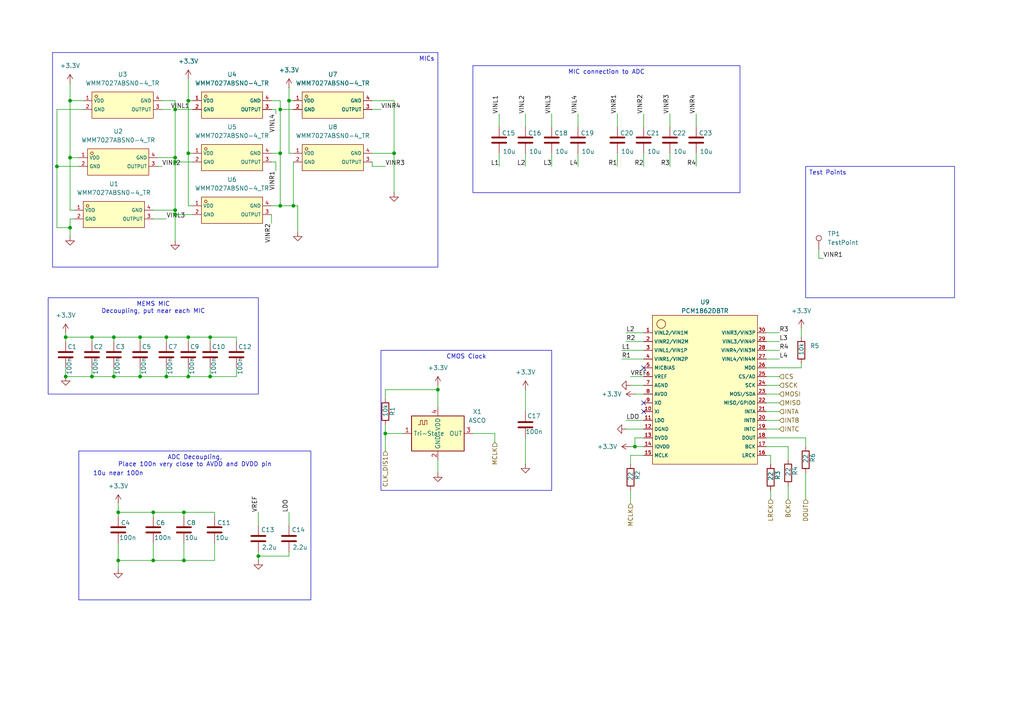
<source format=kicad_sch>
(kicad_sch (version 20231120) (generator "eeschema") (generator_version "8.0")
  (paper "A4")
  (lib_symbols
    (symbol "Connector:TestPoint" (pin_numbers hide) (pin_names (offset 0.762) hide)
      (property "Reference" "TP" (at 0 6.858 0))
      (property "Value" "TestPoint" (at 0 5.08 0))
      (symbol "TestPoint_0_1"
        (circle (center 0 3.302) (radius 0.762))
      )
      (symbol "TestPoint_1_1"
        (pin passive line (at 0 0 90) (length 2.54) (name "1") (number "1"))
      )
    )
    (symbol "Device:C" (pin_numbers hide) (pin_names (offset 0.254))
      (property "Reference" "C" (at 0.635 2.54 0))
      (property "Value" "C" (at 0.635 -2.54 0))
      (symbol "C_0_1"
        (polyline (pts (xy -2.032 -0.762) (xy 2.032 -0.762)) (stroke (width 0.508)))
        (polyline (pts (xy -2.032 0.762) (xy 2.032 0.762)) (stroke (width 0.508)))
      )
      (symbol "C_1_1"
        (pin passive line (at 0 3.81 270) (length 2.794) (name "~") (number "1"))
        (pin passive line (at 0 -3.81 90) (length 2.794) (name "~") (number "2"))
      )
    )
    (symbol "Device:R" (pin_numbers hide) (pin_names (offset 0))
      (property "Reference" "R" (at 2.032 0 90))
      (property "Value" "R" (at 0 0 90))
      (symbol "R_0_1"
        (rectangle (start -1.016 -2.54) (end 1.016 2.54) (stroke (width 0.254)))
      )
      (symbol "R_1_1"
        (pin passive line (at 0 3.81 270) (length 1.27) (name "~") (number "1"))
        (pin passive line (at 0 -3.81 90) (length 1.27) (name "~") (number "2"))
      )
    )
    (symbol "Oscillator:ASCO"
      (property "Reference" "X" (at -7.62 6.35 0))
      (property "Value" "ASCO" (at 1.27 -6.35 0))
      (symbol "ASCO_0_1"
        (rectangle (start -7.62 5.08) (end 7.62 -5.08) (stroke (width 0.254)) (fill (type background)))
        (polyline (pts (xy -5.715 2.54) (xy -5.08 2.54) (xy -5.08 3.81) (xy -4.445 3.81) (xy -4.445 2.54) (xy -3.81 2.54) (xy -3.81 3.81) (xy -3.175 3.81) (xy -3.175 2.54)))
      )
      (symbol "ASCO_1_1"
        (pin input line (at -10.16 0 0) (length 2.54) (name "Tri-State") (number "1"))
        (pin power_in line (at 0 -7.62 90) (length 2.54) (name "GND") (number "2"))
        (pin output line (at 10.16 0 180) (length 2.54) (name "OUT") (number "3"))
        (pin power_in line (at 0 7.62 270) (length 2.54) (name "VDD") (number "4"))
      )
    )
    (symbol "PCM1862DBTR:PCM1862DBTR"
      (property "Reference" "U" (at 0 0 0))
      (symbol "PCM1862DBTR_0_1"
        (circle (center -12.7 27.94) (radius 1.27))
      )
      (symbol "PCM1862DBTR_1_1"
        (rectangle (start -15.24 30.48) (end 15.24 -12.7) (fill (type background)))
        (pin input line (at -17.78 25.4 0) (length 2.54) (name "VINL2/VIN1M") (number "1"))
        (pin input line (at -17.78 2.54 0) (length 2.54) (name "XI") (number "10"))
        (pin output line (at -17.78 0 0) (length 2.54) (name "LDO") (number "11"))
        (pin power_in line (at -17.78 -2.54 0) (length 2.54) (name "DGND") (number "12"))
        (pin power_in line (at -17.78 -5.08 0) (length 2.54) (name "DVDD") (number "13"))
        (pin power_in line (at -17.78 -7.62 0) (length 2.54) (name "IOVDD") (number "14"))
        (pin input line (at -17.78 -10.16 0) (length 2.54) (name "MCLK") (number "15"))
        (pin bidirectional line (at 17.78 -10.16 180) (length 2.54) (name "LRCK") (number "16"))
        (pin bidirectional line (at 17.78 -7.62 180) (length 2.54) (name "BCK") (number "17"))
        (pin output line (at 17.78 -5.08 180) (length 2.54) (name "DOUT") (number "18"))
        (pin bidirectional line (at 17.78 -2.54 180) (length 2.54) (name "INTC") (number "19"))
        (pin input line (at -17.78 22.86 0) (length 2.54) (name "VINR2/VIN2M") (number "2"))
        (pin bidirectional line (at 17.78 0 180) (length 2.54) (name "INTB") (number "20"))
        (pin bidirectional line (at 17.78 2.54 180) (length 2.54) (name "INTA") (number "21"))
        (pin bidirectional line (at 17.78 5.08 180) (length 2.54) (name "MISO/GPIO0") (number "22"))
        (pin bidirectional line (at 17.78 7.62 180) (length 2.54) (name "MOSI/SDA") (number "23"))
        (pin input line (at 17.78 10.16 180) (length 2.54) (name "SCK") (number "24"))
        (pin input line (at 17.78 12.7 180) (length 2.54) (name "CS/AD") (number "25"))
        (pin input line (at 17.78 15.24 180) (length 2.54) (name "MDO") (number "26"))
        (pin input line (at 17.78 17.78 180) (length 2.54) (name "VINL4/VIN4M") (number "27"))
        (pin input line (at 17.78 20.32 180) (length 2.54) (name "VINR4/VIN3M") (number "28"))
        (pin input line (at 17.78 22.86 180) (length 2.54) (name "VINL3/VIN4P") (number "29"))
        (pin input line (at -17.78 20.32 0) (length 2.54) (name "VINL1/VIN1P") (number "3"))
        (pin input line (at 17.78 25.4 180) (length 2.54) (name "VINR3/VIN3P") (number "30"))
        (pin input line (at -17.78 17.78 0) (length 2.54) (name "VINR1/VIN2P") (number "4"))
        (pin output line (at -17.78 15.24 0) (length 2.54) (name "MICBIAS") (number "5"))
        (pin output line (at -17.78 12.7 0) (length 2.54) (name "VREF") (number "6"))
        (pin power_in line (at -17.78 10.16 0) (length 2.54) (name "AGND") (number "7"))
        (pin power_in line (at -17.78 7.62 0) (length 2.54) (name "AVDD") (number "8"))
        (pin output line (at -17.78 5.08 0) (length 2.54) (name "XO") (number "9"))
      )
    )
    (symbol "WMM7027ABSN0-4_TR:WMM7027ABSN0-4_TR"
      (property "Reference" "U" (at 0 1.27 0))
      (property "Value" "WMM7027ABSN0-4_TR" (at 0 -2.54 0))
      (symbol "WMM7027ABSN0-4_TR_0_1"
        (rectangle (start -8.89 3.81) (end 8.89 -3.81) (fill (type background)))
        (circle (center -7.62 2.54) (radius 0.381) (fill (type background)))
      )
      (symbol "WMM7027ABSN0-4_TR_1_1"
        (pin power_in line (at -11.43 1.27 0) (length 2.54) (name "VDD") (number "1"))
        (pin power_in line (at -11.43 -1.27 0) (length 2.54) (name "GND") (number "2"))
        (pin output line (at 11.43 -1.27 180) (length 2.54) (name "OUTPUT") (number "3"))
        (pin power_in line (at 11.43 1.27 180) (length 2.54) (name "GND") (number "4"))
      )
    )
    (symbol "power:+3.3V" (power) (pin_numbers hide) (pin_names (offset 0) hide)
      (property "Value" "+3.3V" (at 0 3.556 0))
      (symbol "+3.3V_0_1"
        (polyline (pts (xy -0.762 1.27) (xy 0 2.54)))
        (polyline (pts (xy 0 0) (xy 0 2.54)))
        (polyline (pts (xy 0 2.54) (xy 0.762 1.27)))
      )
      (symbol "+3.3V_1_1"
        (pin power_in line (at 0 0 90) (length 0) (name "~") (number "1"))
      )
    )
    (symbol "power:GND" (power) (pin_numbers hide) (pin_names (offset 0) hide)
      (property "Value" "GND" (at 0 -3.81 0))
      (symbol "GND_0_1"
        (polyline (pts (xy 0 0) (xy 0 -1.27) (xy 1.27 -1.27) (xy 0 -2.54) (xy -1.27 -1.27) (xy 0 -1.27)))
      )
      (symbol "GND_1_1"
        (pin power_in line (at 0 0 270) (length 0) (name "~") (number "1"))
      )
    )
  )
  (junction (at 50.8 60.96))
  (junction (at 54.61 29.21))
  (junction (at 34.29 148.59))
  (junction (at 40.64 109.22))
  (junction (at 19.05 109.22))
  (junction (at 50.8 31.75))
  (junction (at 26.67 109.22))
  (junction (at 53.34 148.59))
  (junction (at 50.8 62.23))
  (junction (at 127 113.03))
  (junction (at 83.82 29.21))
  (junction (at 20.32 66.04))
  (junction (at 48.26 109.22))
  (junction (at 81.28 59.69))
  (junction (at 81.28 44.45))
  (junction (at 33.02 109.22))
  (junction (at 20.32 29.21))
  (junction (at 85.09 59.69))
  (junction (at 33.02 97.79))
  (junction (at 44.45 148.59))
  (junction (at 60.96 97.79))
  (junction (at 184.15 129.54))
  (junction (at 26.67 97.79))
  (junction (at 19.05 97.79))
  (junction (at 114.3 44.45))
  (junction (at 74.93 161.29))
  (junction (at 54.61 44.45))
  (junction (at 48.26 97.79))
  (junction (at 111.76 125.73))
  (junction (at 50.8 46.99))
  (junction (at 53.34 162.56))
  (junction (at 81.28 31.75))
  (junction (at 50.8 45.72))
  (junction (at 44.45 162.56))
  (junction (at 54.61 109.22))
  (junction (at 60.96 109.22))
  (junction (at 40.64 97.79))
  (junction (at 20.32 45.72))
  (junction (at 54.61 97.79))
  (junction (at 16.51 48.26))
  (junction (at 34.29 162.56))
  (no_connect (at 186.69 106.68))
  (no_connect (at 186.69 119.38))
  (no_connect (at 186.69 116.84))
  (wire (pts (xy 40.64 97.79) (xy 33.02 97.79)))
  (wire (pts (xy 20.32 63.5) (xy 20.32 66.04)))
  (wire (pts (xy 127 133.35) (xy 127 137.16)))
  (wire (pts (xy 68.58 99.06) (xy 68.58 97.79)))
  (wire (pts (xy 111.76 125.73) (xy 116.84 125.73)))
  (wire (pts (xy 50.8 46.99) (xy 55.88 46.99)))
  (wire (pts (xy 194.31 33.02) (xy 194.31 36.83)))
  (wire (pts (xy 237.49 74.93) (xy 237.49 72.39)))
  (wire (pts (xy 62.23 148.59) (xy 53.34 148.59)))
  (wire (pts (xy 111.76 48.26) (xy 107.95 48.26)))
  (wire (pts (xy 78.74 62.23) (xy 78.74 64.77)))
  (wire (pts (xy 182.88 134.62) (xy 182.88 132.08)))
  (wire (pts (xy 181.61 99.06) (xy 186.69 99.06)))
  (wire (pts (xy 34.29 148.59) (xy 34.29 149.86)))
  (wire (pts (xy 22.86 48.26) (xy 16.51 48.26)))
  (wire (pts (xy 48.26 109.22) (xy 40.64 109.22)))
  (wire (pts (xy 223.52 132.08) (xy 222.25 132.08)))
  (wire (pts (xy 182.88 111.76) (xy 186.69 111.76)))
  (wire (pts (xy 54.61 44.45) (xy 54.61 29.21)))
  (wire (pts (xy 81.28 31.75) (xy 85.09 31.75)))
  (wire (pts (xy 54.61 99.06) (xy 54.61 97.79)))
  (wire (pts (xy 83.82 29.21) (xy 83.82 25.4)))
  (wire (pts (xy 78.74 44.45) (xy 81.28 44.45)))
  (wire (pts (xy 222.25 99.06) (xy 226.06 99.06)))
  (wire (pts (xy 233.68 129.54) (xy 233.68 127)))
  (wire (pts (xy 81.28 59.69) (xy 85.09 59.69)))
  (wire (pts (xy 107.95 48.26) (xy 107.95 46.99)))
  (wire (pts (xy 152.4 33.02) (xy 152.4 36.83)))
  (wire (pts (xy 16.51 31.75) (xy 16.51 48.26)))
  (wire (pts (xy 85.09 59.69) (xy 86.36 59.69)))
  (wire (pts (xy 26.67 97.79) (xy 19.05 97.79)))
  (wire (pts (xy 83.82 44.45) (xy 83.82 29.21)))
  (wire (pts (xy 181.61 124.46) (xy 186.69 124.46)))
  (wire (pts (xy 223.52 134.62) (xy 223.52 132.08)))
  (wire (pts (xy 60.96 109.22) (xy 54.61 109.22)))
  (wire (pts (xy 81.28 29.21) (xy 81.28 31.75)))
  (wire (pts (xy 233.68 127) (xy 222.25 127)))
  (wire (pts (xy 160.02 33.02) (xy 160.02 36.83)))
  (wire (pts (xy 85.09 44.45) (xy 83.82 44.45)))
  (wire (pts (xy 238.76 74.93) (xy 237.49 74.93)))
  (wire (pts (xy 48.26 106.68) (xy 48.26 109.22)))
  (wire (pts (xy 182.88 142.24) (xy 182.88 146.05)))
  (wire (pts (xy 19.05 97.79) (xy 19.05 99.06)))
  (wire (pts (xy 111.76 125.73) (xy 111.76 130.81)))
  (wire (pts (xy 228.6 129.54) (xy 222.25 129.54)))
  (wire (pts (xy 34.29 162.56) (xy 34.29 165.1)))
  (wire (pts (xy 182.88 109.22) (xy 186.69 109.22)))
  (wire (pts (xy 55.88 59.69) (xy 54.61 59.69)))
  (wire (pts (xy 26.67 99.06) (xy 26.67 97.79)))
  (wire (pts (xy 26.67 106.68) (xy 26.67 109.22)))
  (wire (pts (xy 182.88 129.54) (xy 184.15 129.54)))
  (wire (pts (xy 222.25 109.22) (xy 226.06 109.22)))
  (wire (pts (xy 184.15 114.3) (xy 186.69 114.3)))
  (wire (pts (xy 20.32 29.21) (xy 24.13 29.21)))
  (wire (pts (xy 107.95 31.75) (xy 110.49 31.75)))
  (wire (pts (xy 68.58 106.68) (xy 68.58 109.22)))
  (wire (pts (xy 62.23 157.48) (xy 62.23 162.56)))
  (wire (pts (xy 62.23 149.86) (xy 62.23 148.59)))
  (wire (pts (xy 44.45 63.5) (xy 48.26 63.5)))
  (wire (pts (xy 54.61 59.69) (xy 54.61 44.45)))
  (wire (pts (xy 33.02 97.79) (xy 26.67 97.79)))
  (wire (pts (xy 50.8 60.96) (xy 50.8 62.23)))
  (wire (pts (xy 16.51 66.04) (xy 20.32 66.04)))
  (wire (pts (xy 40.64 109.22) (xy 33.02 109.22)))
  (wire (pts (xy 114.3 29.21) (xy 114.3 44.45)))
  (wire (pts (xy 44.45 148.59) (xy 34.29 148.59)))
  (wire (pts (xy 19.05 106.68) (xy 19.05 109.22)))
  (wire (pts (xy 53.34 149.86) (xy 53.34 148.59)))
  (wire (pts (xy 53.34 157.48) (xy 53.34 162.56)))
  (wire (pts (xy 19.05 96.52) (xy 19.05 97.79)))
  (wire (pts (xy 78.74 29.21) (xy 81.28 29.21)))
  (wire (pts (xy 152.4 127) (xy 152.4 134.62)))
  (wire (pts (xy 186.69 44.45) (xy 186.69 48.26)))
  (wire (pts (xy 184.15 129.54) (xy 186.69 129.54)))
  (wire (pts (xy 81.28 31.75) (xy 81.28 44.45)))
  (wire (pts (xy 46.99 29.21) (xy 50.8 29.21)))
  (wire (pts (xy 181.61 96.52) (xy 186.69 96.52)))
  (wire (pts (xy 60.96 106.68) (xy 60.96 109.22)))
  (wire (pts (xy 68.58 97.79) (xy 60.96 97.79)))
  (wire (pts (xy 143.51 125.73) (xy 143.51 128.27)))
  (wire (pts (xy 78.74 59.69) (xy 81.28 59.69)))
  (wire (pts (xy 180.34 104.14) (xy 186.69 104.14)))
  (wire (pts (xy 46.99 31.75) (xy 49.53 31.75)))
  (wire (pts (xy 20.32 24.13) (xy 20.32 29.21)))
  (wire (pts (xy 184.15 127) (xy 184.15 129.54)))
  (wire (pts (xy 222.25 121.92) (xy 226.06 121.92)))
  (wire (pts (xy 26.67 109.22) (xy 19.05 109.22)))
  (wire (pts (xy 222.25 116.84) (xy 226.06 116.84)))
  (wire (pts (xy 44.45 149.86) (xy 44.45 148.59)))
  (wire (pts (xy 48.26 99.06) (xy 48.26 97.79)))
  (wire (pts (xy 44.45 162.56) (xy 34.29 162.56)))
  (wire (pts (xy 53.34 162.56) (xy 44.45 162.56)))
  (wire (pts (xy 180.34 101.6) (xy 186.69 101.6)))
  (wire (pts (xy 137.16 125.73) (xy 143.51 125.73)))
  (wire (pts (xy 62.23 162.56) (xy 53.34 162.56)))
  (wire (pts (xy 80.01 31.75) (xy 78.74 31.75)))
  (wire (pts (xy 144.78 44.45) (xy 144.78 48.26)))
  (wire (pts (xy 83.82 161.29) (xy 74.93 161.29)))
  (wire (pts (xy 22.86 45.72) (xy 20.32 45.72)))
  (wire (pts (xy 232.41 95.25) (xy 232.41 97.79)))
  (wire (pts (xy 50.8 62.23) (xy 50.8 69.85)))
  (wire (pts (xy 201.93 44.45) (xy 201.93 48.26)))
  (wire (pts (xy 50.8 31.75) (xy 50.8 45.72)))
  (wire (pts (xy 44.45 157.48) (xy 44.45 162.56)))
  (wire (pts (xy 186.69 127) (xy 184.15 127)))
  (wire (pts (xy 111.76 113.03) (xy 127 113.03)))
  (wire (pts (xy 107.95 29.21) (xy 114.3 29.21)))
  (wire (pts (xy 20.32 66.04) (xy 20.32 68.58)))
  (wire (pts (xy 50.8 29.21) (xy 50.8 31.75)))
  (wire (pts (xy 194.31 44.45) (xy 194.31 48.26)))
  (wire (pts (xy 86.36 59.69) (xy 86.36 67.31)))
  (wire (pts (xy 54.61 97.79) (xy 48.26 97.79)))
  (wire (pts (xy 21.59 60.96) (xy 20.32 60.96)))
  (wire (pts (xy 179.07 33.02) (xy 179.07 36.83)))
  (wire (pts (xy 222.25 101.6) (xy 226.06 101.6)))
  (wire (pts (xy 83.82 148.59) (xy 83.82 152.4)))
  (wire (pts (xy 54.61 109.22) (xy 48.26 109.22)))
  (wire (pts (xy 111.76 115.57) (xy 111.76 113.03)))
  (wire (pts (xy 40.64 106.68) (xy 40.64 109.22)))
  (wire (pts (xy 53.34 148.59) (xy 44.45 148.59)))
  (wire (pts (xy 152.4 44.45) (xy 152.4 48.26)))
  (wire (pts (xy 222.25 111.76) (xy 226.06 111.76)))
  (wire (pts (xy 50.8 45.72) (xy 50.8 46.99)))
  (wire (pts (xy 107.95 44.45) (xy 114.3 44.45)))
  (wire (pts (xy 223.52 142.24) (xy 223.52 144.78)))
  (wire (pts (xy 228.6 140.97) (xy 228.6 144.78)))
  (wire (pts (xy 33.02 99.06) (xy 33.02 97.79)))
  (wire (pts (xy 50.8 46.99) (xy 50.8 60.96)))
  (wire (pts (xy 74.93 161.29) (xy 74.93 162.56)))
  (wire (pts (xy 152.4 113.03) (xy 152.4 119.38)))
  (wire (pts (xy 20.32 60.96) (xy 20.32 45.72)))
  (wire (pts (xy 167.64 44.45) (xy 167.64 48.26)))
  (wire (pts (xy 222.25 104.14) (xy 226.06 104.14)))
  (wire (pts (xy 81.28 44.45) (xy 81.28 59.69)))
  (wire (pts (xy 34.29 146.05) (xy 34.29 148.59)))
  (wire (pts (xy 16.51 48.26) (xy 16.51 66.04)))
  (wire (pts (xy 222.25 96.52) (xy 226.06 96.52)))
  (wire (pts (xy 24.13 31.75) (xy 16.51 31.75)))
  (wire (pts (xy 85.09 46.99) (xy 85.09 59.69)))
  (wire (pts (xy 167.64 33.02) (xy 167.64 36.83)))
  (wire (pts (xy 74.93 160.02) (xy 74.93 161.29)))
  (wire (pts (xy 45.72 48.26) (xy 46.99 48.26)))
  (wire (pts (xy 114.3 44.45) (xy 114.3 55.88)))
  (wire (pts (xy 233.68 137.16) (xy 233.68 144.78)))
  (wire (pts (xy 48.26 97.79) (xy 40.64 97.79)))
  (wire (pts (xy 181.61 121.92) (xy 186.69 121.92)))
  (wire (pts (xy 201.93 33.02) (xy 201.93 36.83)))
  (wire (pts (xy 54.61 22.86) (xy 54.61 29.21)))
  (wire (pts (xy 144.78 33.02) (xy 144.78 36.83)))
  (wire (pts (xy 60.96 97.79) (xy 54.61 97.79)))
  (wire (pts (xy 55.88 31.75) (xy 50.8 31.75)))
  (wire (pts (xy 222.25 119.38) (xy 226.06 119.38)))
  (wire (pts (xy 222.25 124.46) (xy 226.06 124.46)))
  (wire (pts (xy 83.82 29.21) (xy 85.09 29.21)))
  (wire (pts (xy 21.59 63.5) (xy 20.32 63.5)))
  (wire (pts (xy 111.76 123.19) (xy 111.76 125.73)))
  (wire (pts (xy 127 113.03) (xy 127 118.11)))
  (wire (pts (xy 20.32 45.72) (xy 20.32 29.21)))
  (wire (pts (xy 80.01 33.02) (xy 80.01 31.75)))
  (wire (pts (xy 228.6 133.35) (xy 228.6 129.54)))
  (wire (pts (xy 179.07 44.45) (xy 179.07 48.26)))
  (wire (pts (xy 55.88 44.45) (xy 54.61 44.45)))
  (wire (pts (xy 44.45 60.96) (xy 50.8 60.96)))
  (wire (pts (xy 80.01 49.53) (xy 80.01 46.99)))
  (wire (pts (xy 60.96 99.06) (xy 60.96 97.79)))
  (wire (pts (xy 127 111.76) (xy 127 113.03)))
  (wire (pts (xy 54.61 29.21) (xy 55.88 29.21)))
  (wire (pts (xy 74.93 148.59) (xy 74.93 152.4)))
  (wire (pts (xy 40.64 99.06) (xy 40.64 97.79)))
  (wire (pts (xy 68.58 109.22) (xy 60.96 109.22)))
  (wire (pts (xy 45.72 45.72) (xy 50.8 45.72)))
  (wire (pts (xy 54.61 106.68) (xy 54.61 109.22)))
  (wire (pts (xy 33.02 109.22) (xy 26.67 109.22)))
  (wire (pts (xy 222.25 114.3) (xy 226.06 114.3)))
  (wire (pts (xy 182.88 132.08) (xy 186.69 132.08)))
  (wire (pts (xy 34.29 157.48) (xy 34.29 162.56)))
  (wire (pts (xy 186.69 33.02) (xy 186.69 36.83)))
  (wire (pts (xy 232.41 106.68) (xy 222.25 106.68)))
  (wire (pts (xy 83.82 160.02) (xy 83.82 161.29)))
  (wire (pts (xy 160.02 44.45) (xy 160.02 48.26)))
  (wire (pts (xy 232.41 105.41) (xy 232.41 106.68)))
  (wire (pts (xy 33.02 106.68) (xy 33.02 109.22)))
  (wire (pts (xy 55.88 62.23) (xy 50.8 62.23)))
  (wire (pts (xy 80.01 46.99) (xy 78.74 46.99)))
  (text_box "CMOS Clock\n" (at 110.49 101.6 0) (size 49.53 40.64) (effects (font (size 1.27 1.27)) (justify top)))
  (text_box "MICs\n" (at 15.24 15.24 0) (size 111.76 62.23) (effects (font (size 1.27 1.27)) (justify right top)))
  (text_box "Test Points" (at 233.68 48.26 0) (size 43.18 38.1) (effects (font (size 1.27 1.27)) (justify left top)))
  (text_box "ADC Decoupling,\nPlace 100n very close to AVDD and DVDD pin" (at 22.86 130.81 0) (size 67.31 43.18) (effects (font (size 1.27 1.27)) (justify top)))
  (text_box "MEMS MIC\nDecoupling, put near each MIC" (at 13.97 86.36 0) (size 60.96 27.94) (effects (font (size 1.27 1.27)) (justify top)))
  (text_box "MIC connection to ADC\n" (at 137.16 19.05 0) (size 77.47 36.83) (effects (font (size 1.27 1.27)) (justify top)))
  (text "10u near 100n" (at 34.29 137.414 0) (effects (font (size 1.27 1.27))))
  (label "R4" (at 201.93 48.26 180))
  (label "L3" (at 226.06 99.06 0))
  (label "VINR3" (at 111.76 48.26 0))
  (label "L3" (at 160.02 48.26 180))
  (label "L2" (at 181.61 96.52 0))
  (label "VREF" (at 74.93 148.59 90))
  (label "L1" (at 180.34 101.6 0))
  (label "L2" (at 152.4 48.26 180))
  (label "R1" (at 180.34 104.14 0))
  (label "LDO" (at 181.61 121.92 0))
  (label "R2" (at 186.69 48.26 180))
  (label "VINL1" (at 49.53 31.75 0))
  (label "L4" (at 226.06 104.14 0))
  (label "VINR2" (at 186.69 33.02 90))
  (label "VINR3" (at 194.31 33.02 90))
  (label "VINR4" (at 201.93 33.02 90))
  (label "VINR1" (at 80.01 49.53 270))
  (label "L1" (at 144.78 48.26 180))
  (label "VINL3" (at 160.02 33.02 90))
  (label "VINR1" (at 179.07 33.02 90))
  (label "VINL3" (at 48.26 63.5 0))
  (label "VINR1" (at 238.76 74.93 0))
  (label "R1" (at 179.07 48.26 180))
  (label "VINL4" (at 80.01 33.02 270))
  (label "VINL4" (at 167.64 33.02 90))
  (label "L4" (at 167.64 48.26 180))
  (label "R4" (at 226.06 101.6 0))
  (label "R3" (at 194.31 48.26 180))
  (label "VINL1" (at 144.78 33.02 90))
  (label "R2" (at 181.61 99.06 0))
  (label "VINR4" (at 110.49 31.75 0))
  (label "R3" (at 226.06 96.52 0))
  (label "VINL2" (at 152.4 33.02 90))
  (label "LDO" (at 83.82 148.59 90))
  (label "VREF" (at 182.88 109.22 0))
  (label "VINL2" (at 46.99 48.26 0))
  (label "VINR2" (at 78.74 64.77 270))
  (hierarchical_label "MOSI" (shape input) (at 226.06 114.3 0))
  (hierarchical_label "SCK" (shape input) (at 226.06 111.76 0))
  (hierarchical_label "CS" (shape input) (at 226.06 109.22 0))
  (hierarchical_label "INTC" (shape input) (at 226.06 124.46 0))
  (hierarchical_label "CLK_DIS1" (shape input) (at 111.76 130.81 270))
  (hierarchical_label "INTA" (shape input) (at 226.06 119.38 0))
  (hierarchical_label "MCLK" (shape input) (at 182.88 146.05 270))
  (hierarchical_label "LRCK" (shape input) (at 223.52 144.78 270))
  (hierarchical_label "BCK" (shape input) (at 228.6 144.78 270))
  (hierarchical_label "MCLK" (shape input) (at 143.51 128.27 270))
  (hierarchical_label "MISO" (shape input) (at 226.06 116.84 0))
  (hierarchical_label "DOUT" (shape input) (at 233.68 144.78 270))
  (hierarchical_label "INTB" (shape input) (at 226.06 121.92 0))
  (symbol (lib_id "Device:C") (at 48.26 102.87 0) (unit 1)
    (property "Reference" "C7" (at 48.768 100.584 0) (effects (justify left)))
    (property "Value" "100n" (at 49.276 108.712 90) (effects (justify left)))
    (property "Footprint" "Capacitor_SMD:C_0402_1005Metric" (effects (hide yes)))
    (property "Description" "Unpolarized capacitor" (effects (hide yes)))
  )
  (symbol (lib_id "Device:C") (at 83.82 156.21 0) (unit 1)
    (property "Reference" "C14" (at 84.582 153.67 0) (effects (justify left)))
    (property "Value" "2.2u" (at 84.836 158.75 0) (effects (justify left)))
    (property "Footprint" "Capacitor_SMD:C_0603_1608Metric" (effects (hide yes)))
    (property "Description" "Unpolarized capacitor" (effects (hide yes)))
  )
  (symbol (lib_id "power:+3.3V") (at 232.41 95.25 0) (unit 1)
    (property "Reference" "#PWR024" (effects (hide yes)))
    (property "Value" "+3.3V" (at 232.41 90.17 0))
    (property "Description" "Power symbol creates a global label with name \"+3.3V\"" (effects (hide yes)))
  )
  (symbol (lib_id "power:GND") (at 86.36 67.31 0) (unit 1)
    (property "Reference" "#PWR014" (effects (hide yes)))
    (property "Value" "GND" (effects (hide yes)))
    (property "Description" "Power symbol creates a global label with name \"GND\" , ground" (effects (hide yes)))
  )
  (symbol (lib_id "Device:C") (at 60.96 102.87 0) (unit 1)
    (property "Reference" "C10" (at 61.468 100.584 0) (effects (justify left)))
    (property "Value" "100n" (at 61.976 108.712 90) (effects (justify left)))
    (property "Footprint" "Capacitor_SMD:C_0402_1005Metric" (effects (hide yes)))
    (property "Description" "Unpolarized capacitor" (effects (hide yes)))
  )
  (symbol (lib_id "WMM7027ABSN0-4_TR:WMM7027ABSN0-4_TR") (at 34.29 46.99 0) (unit 1)
    (property "Reference" "U2" (at 34.29 38.1 0))
    (property "Value" "WMM7027ABSN0-4_TR" (at 34.29 40.64 0))
    (property "Footprint" "footprints:MIC-SMD_4P-L2.8-W1.9_MSM38A2718Z9BM3" (effects (hide yes)))
    (property "Datasheet" "https://item.szlcsc.com/1052918.html" (effects (hide yes)))
    (property "LCSC" "C2931972" (effects (hide yes)))
  )
  (symbol (lib_id "power:+3.3V") (at 34.29 146.05 0) (unit 1)
    (property "Reference" "#PWR08" (effects (hide yes)))
    (property "Value" "+3.3V" (at 34.29 140.97 0))
    (property "Description" "Power symbol creates a global label with name \"+3.3V\"" (effects (hide yes)))
  )
  (symbol (lib_id "Device:C") (at 44.45 153.67 0) (unit 1)
    (property "Reference" "C6" (at 45.212 151.638 0) (effects (justify left)))
    (property "Value" "100n" (at 44.704 155.956 0) (effects (justify left)))
    (property "Footprint" "Capacitor_SMD:C_0402_1005Metric" (effects (hide yes)))
    (property "Description" "Unpolarized capacitor" (effects (hide yes)))
  )
  (symbol (lib_id "Device:R") (at 228.6 137.16 0) (unit 1)
    (property "Reference" "R4" (at 230.632 137.922 90) (effects (justify left)))
    (property "Value" "22" (at 228.6 138.176 90) (effects (justify left)))
    (property "Footprint" "Resistor_SMD:R_0402_1005Metric" (effects (hide yes)))
    (property "Description" "Resistor" (effects (hide yes)))
  )
  (symbol (lib_id "Device:C") (at 152.4 40.64 0) (unit 1)
    (property "Reference" "C16" (at 153.162 38.608 0) (effects (justify left)))
    (property "Value" "10u" (at 153.416 43.942 0) (effects (justify left)))
    (property "Footprint" "Capacitor_SMD:C_0603_1608Metric" (effects (hide yes)))
    (property "Description" "Unpolarized capacitor" (effects (hide yes)))
  )
  (symbol (lib_id "power:+3.3V") (at 152.4 113.03 0) (unit 1)
    (property "Reference" "#PWR018" (effects (hide yes)))
    (property "Value" "+3.3V" (at 152.4 107.95 0))
    (property "Description" "Power symbol creates a global label with name \"+3.3V\"" (effects (hide yes)))
  )
  (symbol (lib_id "power:GND") (at 127 137.16 0) (unit 1)
    (property "Reference" "#PWR017" (effects (hide yes)))
    (property "Value" "GND" (effects (hide yes)))
    (property "Description" "Power symbol creates a global label with name \"GND\" , ground" (effects (hide yes)))
  )
  (symbol (lib_id "power:GND") (at 74.93 162.56 0) (unit 1)
    (property "Reference" "#PWR012" (effects (hide yes)))
    (property "Value" "GND" (effects (hide yes)))
    (property "Description" "Power symbol creates a global label with name \"GND\" , ground" (effects (hide yes)))
  )
  (symbol (lib_id "power:+3.3V") (at 127 111.76 0) (unit 1)
    (property "Reference" "#PWR016" (effects (hide yes)))
    (property "Value" "+3.3V" (at 127 106.68 0))
    (property "Description" "Power symbol creates a global label with name \"+3.3V\"" (effects (hide yes)))
  )
  (symbol (lib_id "Device:C") (at 40.64 102.87 0) (unit 1)
    (property "Reference" "C5" (at 41.148 100.584 0) (effects (justify left)))
    (property "Value" "100n" (at 41.656 108.712 90) (effects (justify left)))
    (property "Footprint" "Capacitor_SMD:C_0402_1005Metric" (effects (hide yes)))
    (property "Description" "Unpolarized capacitor" (effects (hide yes)))
  )
  (symbol (lib_id "PCM1862DBTR:PCM1862DBTR") (at 204.47 121.92 0) (unit 1)
    (property "Reference" "U9" (at 204.47 87.63 0))
    (property "Value" "PCM1862DBTR" (at 204.47 90.17 0))
    (property "Footprint" "Package_SO:TSSOP-30_4.4x7.8mm_P0.5mm" (effects (hide yes)))
  )
  (symbol (lib_id "Device:C") (at 144.78 40.64 0) (unit 1)
    (property "Reference" "C15" (at 145.542 38.608 0) (effects (justify left)))
    (property "Value" "10u" (at 145.796 43.942 0) (effects (justify left)))
    (property "Footprint" "Capacitor_SMD:C_0603_1608Metric" (effects (hide yes)))
    (property "Description" "Unpolarized capacitor" (effects (hide yes)))
  )
  (symbol (lib_id "Device:C") (at 34.29 153.67 0) (unit 1)
    (property "Reference" "C4" (at 35.052 151.638 0) (effects (justify left)))
    (property "Value" "100n" (at 34.544 155.956 0) (effects (justify left)))
    (property "Footprint" "Capacitor_SMD:C_0402_1005Metric" (effects (hide yes)))
    (property "Description" "Unpolarized capacitor" (effects (hide yes)))
  )
  (symbol (lib_id "Device:C") (at 194.31 40.64 0) (unit 1)
    (property "Reference" "C22" (at 195.072 38.608 0) (effects (justify left)))
    (property "Value" "10u" (at 195.326 43.942 0) (effects (justify left)))
    (property "Footprint" "Capacitor_SMD:C_0603_1608Metric" (effects (hide yes)))
    (property "Description" "Unpolarized capacitor" (effects (hide yes)))
  )
  (symbol (lib_id "power:+3.3V") (at 184.15 114.3 90) (unit 1)
    (property "Reference" "#PWR023" (effects (hide yes)))
    (property "Value" "+3.3V" (at 180.34 114.2999 90) (effects (justify left)))
    (property "Description" "Power symbol creates a global label with name \"+3.3V\"" (effects (hide yes)))
  )
  (symbol (lib_id "WMM7027ABSN0-4_TR:WMM7027ABSN0-4_TR") (at 67.31 30.48 0) (unit 1)
    (property "Reference" "U4" (at 67.31 21.59 0))
    (property "Value" "WMM7027ABSN0-4_TR" (at 67.31 24.13 0))
    (property "Footprint" "footprints:MIC-SMD_4P-L2.8-W1.9_MSM38A2718Z9BM3" (effects (hide yes)))
    (property "Datasheet" "https://item.szlcsc.com/1052918.html" (effects (hide yes)))
    (property "LCSC" "C2931972" (effects (hide yes)))
  )
  (symbol (lib_id "power:+3.3V") (at 182.88 129.54 90) (unit 1)
    (property "Reference" "#PWR022" (effects (hide yes)))
    (property "Value" "+3.3V" (at 179.07 129.5399 90) (effects (justify left)))
    (property "Description" "Power symbol creates a global label with name \"+3.3V\"" (effects (hide yes)))
  )
  (symbol (lib_id "Device:C") (at 54.61 102.87 0) (unit 1)
    (property "Reference" "C9" (at 55.118 100.584 0) (effects (justify left)))
    (property "Value" "100n" (at 55.626 108.712 90) (effects (justify left)))
    (property "Footprint" "Capacitor_SMD:C_0402_1005Metric" (effects (hide yes)))
    (property "Description" "Unpolarized capacitor" (effects (hide yes)))
  )
  (symbol (lib_id "Device:C") (at 33.02 102.87 0) (unit 1)
    (property "Reference" "C3" (at 33.528 100.584 0) (effects (justify left)))
    (property "Value" "100n" (at 34.036 108.712 90) (effects (justify left)))
    (property "Footprint" "Capacitor_SMD:C_0402_1005Metric" (effects (hide yes)))
    (property "Description" "Unpolarized capacitor" (effects (hide yes)))
  )
  (symbol (lib_id "power:GND") (at 19.05 109.22 0) (unit 1)
    (property "Reference" "#PWR05" (effects (hide yes)))
    (property "Value" "GND" (effects (hide yes)))
    (property "Description" "Power symbol creates a global label with name \"GND\" , ground" (effects (hide yes)))
  )
  (symbol (lib_id "power:+3.3V") (at 20.32 24.13 0) (unit 1)
    (property "Reference" "#PWR06" (effects (hide yes)))
    (property "Value" "+3.3V" (at 20.32 19.05 0))
    (property "Description" "Power symbol creates a global label with name \"+3.3V\"" (effects (hide yes)))
  )
  (symbol (lib_id "WMM7027ABSN0-4_TR:WMM7027ABSN0-4_TR") (at 96.52 45.72 0) (unit 1)
    (property "Reference" "U8" (at 96.52 36.83 0))
    (property "Value" "WMM7027ABSN0-4_TR" (at 96.52 39.37 0))
    (property "Footprint" "footprints:MIC-SMD_4P-L2.8-W1.9_MSM38A2718Z9BM3" (effects (hide yes)))
    (property "Datasheet" "https://item.szlcsc.com/1052918.html" (effects (hide yes)))
    (property "LCSC" "C2931972" (effects (hide yes)))
  )
  (symbol (lib_id "power:GND") (at 181.61 124.46 270) (unit 1)
    (property "Reference" "#PWR020" (effects (hide yes)))
    (property "Value" "GND" (effects (hide yes)))
    (property "Description" "Power symbol creates a global label with name \"GND\" , ground" (effects (hide yes)))
  )
  (symbol (lib_id "Device:C") (at 68.58 102.87 0) (unit 1)
    (property "Reference" "C12" (at 69.088 100.584 0) (effects (justify left)))
    (property "Value" "100n" (at 69.596 108.712 90) (effects (justify left)))
    (property "Footprint" "Capacitor_SMD:C_0402_1005Metric" (effects (hide yes)))
    (property "Description" "Unpolarized capacitor" (effects (hide yes)))
  )
  (symbol (lib_id "Device:C") (at 152.4 123.19 0) (unit 1)
    (property "Reference" "C17" (at 152.908 120.65 0) (effects (justify left)))
    (property "Value" "100n" (at 152.4 125.222 0) (effects (justify left)))
    (property "Footprint" "Capacitor_SMD:C_0402_1005Metric" (effects (hide yes)))
    (property "Description" "Unpolarized capacitor" (effects (hide yes)))
  )
  (symbol (lib_id "Device:C") (at 179.07 40.64 0) (unit 1)
    (property "Reference" "C20" (at 179.832 38.608 0) (effects (justify left)))
    (property "Value" "10u" (at 180.086 43.942 0) (effects (justify left)))
    (property "Footprint" "Capacitor_SMD:C_0603_1608Metric" (effects (hide yes)))
    (property "Description" "Unpolarized capacitor" (effects (hide yes)))
  )
  (symbol (lib_id "power:+3.3V") (at 54.61 22.86 0) (unit 1)
    (property "Reference" "#PWR011" (effects (hide yes)))
    (property "Value" "+3.3V" (at 54.61 17.78 0))
    (property "Description" "Power symbol creates a global label with name \"+3.3V\"" (effects (hide yes)))
  )
  (symbol (lib_id "Device:R") (at 111.76 119.38 0) (unit 1)
    (property "Reference" "R1" (at 113.792 120.65 90) (effects (justify left)))
    (property "Value" "10k" (at 111.76 120.904 90) (effects (justify left)))
    (property "Footprint" "Resistor_SMD:R_0402_1005Metric" (effects (hide yes)))
    (property "Description" "Resistor" (effects (hide yes)))
  )
  (symbol (lib_id "Device:C") (at 62.23 153.67 0) (unit 1)
    (property "Reference" "C11" (at 62.992 151.638 0) (effects (justify left)))
    (property "Value" "10u" (at 62.484 155.956 0) (effects (justify left)))
    (property "Footprint" "Capacitor_SMD:C_0603_1608Metric" (effects (hide yes)))
    (property "Description" "Unpolarized capacitor" (effects (hide yes)))
  )
  (symbol (lib_id "WMM7027ABSN0-4_TR:WMM7027ABSN0-4_TR") (at 67.31 45.72 0) (unit 1)
    (property "Reference" "U5" (at 67.31 36.83 0))
    (property "Value" "WMM7027ABSN0-4_TR" (at 67.31 39.37 0))
    (property "Footprint" "footprints:MIC-SMD_4P-L2.8-W1.9_MSM38A2718Z9BM3" (effects (hide yes)))
    (property "Datasheet" "https://item.szlcsc.com/1052918.html" (effects (hide yes)))
    (property "LCSC" "C2931972" (effects (hide yes)))
  )
  (symbol (lib_id "power:GND") (at 114.3 55.88 0) (unit 1)
    (property "Reference" "#PWR015" (effects (hide yes)))
    (property "Value" "GND" (effects (hide yes)))
    (property "Description" "Power symbol creates a global label with name \"GND\" , ground" (effects (hide yes)))
  )
  (symbol (lib_id "Device:C") (at 53.34 153.67 0) (unit 1)
    (property "Reference" "C8" (at 54.102 151.638 0) (effects (justify left)))
    (property "Value" "10u" (at 53.594 155.956 0) (effects (justify left)))
    (property "Footprint" "Capacitor_SMD:C_0603_1608Metric" (effects (hide yes)))
    (property "Description" "Unpolarized capacitor" (effects (hide yes)))
  )
  (symbol (lib_id "WMM7027ABSN0-4_TR:WMM7027ABSN0-4_TR") (at 33.02 62.23 0) (unit 1)
    (property "Reference" "U1" (at 33.02 53.34 0))
    (property "Value" "WMM7027ABSN0-4_TR" (at 33.02 55.88 0))
    (property "Footprint" "footprints:MIC-SMD_4P-L2.8-W1.9_MSM38A2718Z9BM3" (effects (hide yes)))
    (property "Datasheet" "https://item.szlcsc.com/1052918.html" (effects (hide yes)))
    (property "LCSC" "C2931972" (effects (hide yes)))
  )
  (symbol (lib_id "power:GND") (at 50.8 69.85 0) (unit 1)
    (property "Reference" "#PWR010" (effects (hide yes)))
    (property "Value" "GND" (effects (hide yes)))
    (property "Description" "Power symbol creates a global label with name \"GND\" , ground" (effects (hide yes)))
  )
  (symbol (lib_id "WMM7027ABSN0-4_TR:WMM7027ABSN0-4_TR") (at 35.56 30.48 0) (unit 1)
    (property "Reference" "U3" (at 35.56 21.59 0))
    (property "Value" "WMM7027ABSN0-4_TR" (at 35.56 24.13 0))
    (property "Footprint" "footprints:MIC-SMD_4P-L2.8-W1.9_MSM38A2718Z9BM3" (effects (hide yes)))
    (property "Datasheet" "https://item.szlcsc.com/1052918.html" (effects (hide yes)))
    (property "LCSC" "C2931972" (effects (hide yes)))
  )
  (symbol (lib_id "Device:C") (at 201.93 40.64 0) (unit 1)
    (property "Reference" "C23" (at 202.692 38.608 0) (effects (justify left)))
    (property "Value" "10u" (at 202.946 43.942 0) (effects (justify left)))
    (property "Footprint" "Capacitor_SMD:C_0603_1608Metric" (effects (hide yes)))
    (property "Description" "Unpolarized capacitor" (effects (hide yes)))
  )
  (symbol (lib_id "power:GND") (at 152.4 134.62 0) (unit 1)
    (property "Reference" "#PWR019" (effects (hide yes)))
    (property "Value" "GND" (effects (hide yes)))
    (property "Description" "Power symbol creates a global label with name \"GND\" , ground" (effects (hide yes)))
  )
  (symbol (lib_id "power:GND") (at 182.88 111.76 270) (unit 1)
    (property "Reference" "#PWR021" (effects (hide yes)))
    (property "Value" "GND" (effects (hide yes)))
    (property "Description" "Power symbol creates a global label with name \"GND\" , ground" (effects (hide yes)))
  )
  (symbol (lib_id "Device:C") (at 160.02 40.64 0) (unit 1)
    (property "Reference" "C18" (at 160.782 38.608 0) (effects (justify left)))
    (property "Value" "10u" (at 161.036 43.942 0) (effects (justify left)))
    (property "Footprint" "Capacitor_SMD:C_0603_1608Metric" (effects (hide yes)))
    (property "Description" "Unpolarized capacitor" (effects (hide yes)))
  )
  (symbol (lib_id "Connector:TestPoint") (at 237.49 72.39 0) (unit 1)
    (property "Reference" "TP1" (at 240.03 67.8179 0) (effects (justify left)))
    (property "Value" "TestPoint" (at 240.03 70.3579 0) (effects (justify left)))
    (property "Footprint" "TestPoint:TestPoint_Pad_D1.5mm" (effects (hide yes)))
    (property "Description" "test point" (effects (hide yes)))
  )
  (symbol (lib_id "Device:C") (at 74.93 156.21 0) (unit 1)
    (property "Reference" "C13" (at 75.692 153.67 0) (effects (justify left)))
    (property "Value" "2.2u" (at 75.946 158.75 0) (effects (justify left)))
    (property "Footprint" "Capacitor_SMD:C_0603_1608Metric" (effects (hide yes)))
    (property "Description" "Unpolarized capacitor" (effects (hide yes)))
  )
  (symbol (lib_id "Device:C") (at 26.67 102.87 0) (unit 1)
    (property "Reference" "C2" (at 27.178 100.584 0) (effects (justify left)))
    (property "Value" "100n" (at 27.686 108.712 90) (effects (justify left)))
    (property "Footprint" "Capacitor_SMD:C_0402_1005Metric" (effects (hide yes)))
    (property "Description" "Unpolarized capacitor" (effects (hide yes)))
  )
  (symbol (lib_id "Device:R") (at 182.88 138.43 0) (unit 1)
    (property "Reference" "R2" (at 184.912 139.192 90) (effects (justify left)))
    (property "Value" "22" (at 182.88 139.446 90) (effects (justify left)))
    (property "Footprint" "Resistor_SMD:R_0402_1005Metric" (effects (hide yes)))
    (property "Description" "Resistor" (effects (hide yes)))
  )
  (symbol (lib_id "power:+3.3V") (at 83.82 25.4 0) (unit 1)
    (property "Reference" "#PWR013" (effects (hide yes)))
    (property "Value" "+3.3V" (at 83.82 20.32 0))
    (property "Description" "Power symbol creates a global label with name \"+3.3V\"" (effects (hide yes)))
  )
  (symbol (lib_id "power:GND") (at 34.29 165.1 0) (unit 1)
    (property "Reference" "#PWR09" (effects (hide yes)))
    (property "Value" "GND" (effects (hide yes)))
    (property "Description" "Power symbol creates a global label with name \"GND\" , ground" (effects (hide yes)))
  )
  (symbol (lib_id "Device:R") (at 223.52 138.43 0) (unit 1)
    (property "Reference" "R3" (at 225.552 139.192 90) (effects (justify left)))
    (property "Value" "22" (at 223.52 139.446 90) (effects (justify left)))
    (property "Footprint" "Resistor_SMD:R_0402_1005Metric" (effects (hide yes)))
    (property "Description" "Resistor" (effects (hide yes)))
  )
  (symbol (lib_id "Device:C") (at 186.69 40.64 0) (unit 1)
    (property "Reference" "C21" (at 187.452 38.608 0) (effects (justify left)))
    (property "Value" "10u" (at 187.706 43.942 0) (effects (justify left)))
    (property "Footprint" "Capacitor_SMD:C_0603_1608Metric" (effects (hide yes)))
    (property "Description" "Unpolarized capacitor" (effects (hide yes)))
  )
  (symbol (lib_id "power:GND") (at 20.32 68.58 0) (unit 1)
    (property "Reference" "#PWR07" (effects (hide yes)))
    (property "Value" "GND" (effects (hide yes)))
    (property "Description" "Power symbol creates a global label with name \"GND\" , ground" (effects (hide yes)))
  )
  (symbol (lib_id "Device:C") (at 19.05 102.87 0) (unit 1)
    (property "Reference" "C1" (at 19.558 100.584 0) (effects (justify left)))
    (property "Value" "100n" (at 20.066 108.712 90) (effects (justify left)))
    (property "Footprint" "Capacitor_SMD:C_0402_1005Metric" (effects (hide yes)))
    (property "Description" "Unpolarized capacitor" (effects (hide yes)))
  )
  (symbol (lib_id "power:+3.3V") (at 19.05 96.52 0) (unit 1)
    (property "Reference" "#PWR04" (effects (hide yes)))
    (property "Value" "+3.3V" (at 19.05 91.44 0))
    (property "Description" "Power symbol creates a global label with name \"+3.3V\"" (effects (hide yes)))
  )
  (symbol (lib_id "WMM7027ABSN0-4_TR:WMM7027ABSN0-4_TR") (at 67.31 60.96 0) (unit 1)
    (property "Reference" "U6" (at 67.31 52.07 0))
    (property "Value" "WMM7027ABSN0-4_TR" (at 67.31 54.61 0))
    (property "Footprint" "footprints:MIC-SMD_4P-L2.8-W1.9_MSM38A2718Z9BM3" (effects (hide yes)))
    (property "Datasheet" "https://item.szlcsc.com/1052918.html" (effects (hide yes)))
    (property "LCSC" "C2931972" (effects (hide yes)))
  )
  (symbol (lib_id "Device:R") (at 233.68 133.35 0) (unit 1)
    (property "Reference" "R6" (at 235.712 134.112 90) (effects (justify left)))
    (property "Value" "22" (at 233.68 134.366 90) (effects (justify left)))
    (property "Footprint" "Resistor_SMD:R_0402_1005Metric" (effects (hide yes)))
    (property "Description" "Resistor" (effects (hide yes)))
  )
  (symbol (lib_id "Device:C") (at 167.64 40.64 0) (unit 1)
    (property "Reference" "C19" (at 168.402 38.608 0) (effects (justify left)))
    (property "Value" "10u" (at 168.656 43.942 0) (effects (justify left)))
    (property "Footprint" "Capacitor_SMD:C_0603_1608Metric" (effects (hide yes)))
    (property "Description" "Unpolarized capacitor" (effects (hide yes)))
  )
  (symbol (lib_id "Device:R") (at 232.41 101.6 0) (unit 1)
    (property "Reference" "R5" (at 234.95 100.3299 0) (effects (justify left)))
    (property "Value" "10k" (at 232.41 103.124 90) (effects (justify left)))
    (property "Footprint" "Resistor_SMD:R_0402_1005Metric" (effects (hide yes)))
    (property "Description" "Resistor" (effects (hide yes)))
  )
  (symbol (lib_id "Oscillator:ASCO") (at 127 125.73 0) (unit 1)
    (property "Reference" "X1" (at 138.43 119.4114 0))
    (property "Value" "ASCO" (at 138.43 121.9514 0))
    (property "Footprint" "Crystal:Crystal_SMD_3225-4Pin_3.2x2.5mm" (effects (hide yes)))
    (property "Datasheet" "https://abracon.com/Oscillators/ASCO.pdf" (effects (hide yes)))
    (property "Description" "Crystal Clock Oscillator, Abracon ASCO" (effects (hide yes)))
  )
  (symbol (lib_id "WMM7027ABSN0-4_TR:WMM7027ABSN0-4_TR") (at 96.52 30.48 0) (unit 1)
    (property "Reference" "U7" (at 96.52 21.59 0))
    (property "Value" "WMM7027ABSN0-4_TR" (at 96.52 24.13 0))
    (property "Footprint" "footprints:MIC-SMD_4P-L2.8-W1.9_MSM38A2718Z9BM3" (effects (hide yes)))
    (property "Datasheet" "https://item.szlcsc.com/1052918.html" (effects (hide yes)))
    (property "LCSC" "C2931972" (effects (hide yes)))
  )
)
</source>
